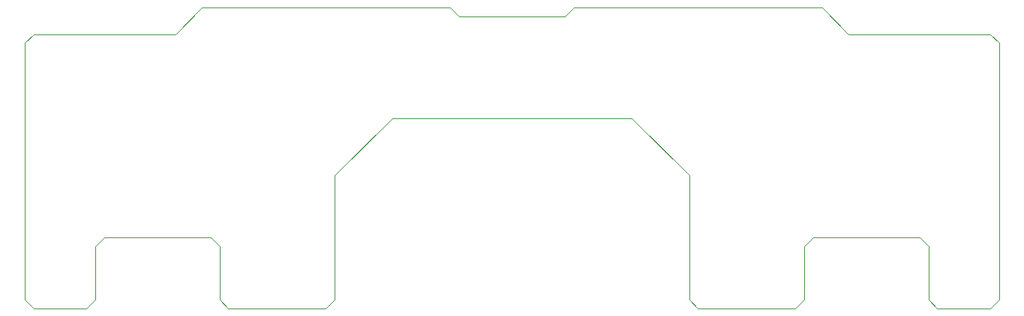
<source format=gm1>
G04 #@! TF.GenerationSoftware,KiCad,Pcbnew,8.0.7*
G04 #@! TF.CreationDate,2025-01-25T19:39:47+00:00*
G04 #@! TF.ProjectId,NB3_eyes,4e42335f-6579-4657-932e-6b696361645f,0.0.1*
G04 #@! TF.SameCoordinates,PX9d6ebcaPY67ee71d*
G04 #@! TF.FileFunction,Profile,NP*
%FSLAX46Y46*%
G04 Gerber Fmt 4.6, Leading zero omitted, Abs format (unit mm)*
G04 Created by KiCad (PCBNEW 8.0.7) date 2025-01-25 19:39:47*
%MOMM*%
%LPD*%
G01*
G04 APERTURE LIST*
G04 #@! TA.AperFunction,Profile*
%ADD10C,0.050000*%
G04 #@! TD*
G04 APERTURE END LIST*
D10*
X20000000Y1000000D02*
X21000000Y0D01*
X20000000Y15000000D02*
X20000000Y1000000D01*
X21000000Y0D02*
X32000000Y0D01*
X47000000Y1000000D02*
X48000000Y0D01*
X33000000Y7000000D02*
X34000000Y8000000D01*
X33000000Y1000000D02*
X33000000Y7000000D01*
X32000000Y0D02*
X33000000Y1000000D01*
X47000000Y7000000D02*
X47000000Y1000000D01*
X46000000Y8000000D02*
X47000000Y7000000D01*
X54000000Y0D02*
X48000000Y0D01*
X34000000Y8000000D02*
X46000000Y8000000D01*
X-54000000Y0D02*
X-48000000Y0D01*
X-47000000Y1000000D02*
X-48000000Y0D01*
X-47000000Y7000000D02*
X-47000000Y1000000D01*
X-46000000Y8000000D02*
X-47000000Y7000000D01*
X-34000000Y8000000D02*
X-46000000Y8000000D01*
X-33000000Y7000000D02*
X-34000000Y8000000D01*
X-33000000Y1000000D02*
X-33000000Y7000000D01*
X-32000000Y0D02*
X-33000000Y1000000D01*
X-21000000Y0D02*
X-32000000Y0D01*
X-20000000Y1000000D02*
X-21000000Y0D01*
X-20000000Y15000000D02*
X-20000000Y1000000D01*
X13500000Y21500000D02*
X20000000Y15000000D01*
X-13500000Y21500000D02*
X13500000Y21500000D01*
X-20000000Y15000000D02*
X-13500000Y21500000D01*
X38000000Y31000000D02*
X35000000Y34000000D01*
X55000000Y1000000D02*
X54000000Y0D01*
X54000000Y31000000D02*
X38000000Y31000000D01*
X55000000Y30000000D02*
X55000000Y1000000D01*
X54000000Y31000000D02*
X55000000Y30000000D01*
X6999999Y34000000D02*
X35000000Y34000000D01*
X-6999999Y34000000D02*
X-35000000Y34000000D01*
X-55000000Y1000000D02*
X-54000000Y0D01*
X-38000000Y31000000D02*
X-35000000Y34000000D01*
X-54000000Y31000000D02*
X-38000000Y31000000D01*
X-54000000Y31000000D02*
X-55000000Y30000000D01*
X6000001Y33000000D02*
X7000001Y34000000D01*
X-5999999Y33000000D02*
X6000001Y33000000D01*
X-5999999Y33000000D02*
X-6999999Y34000000D01*
X-55000000Y30000000D02*
X-55000000Y1000000D01*
M02*

</source>
